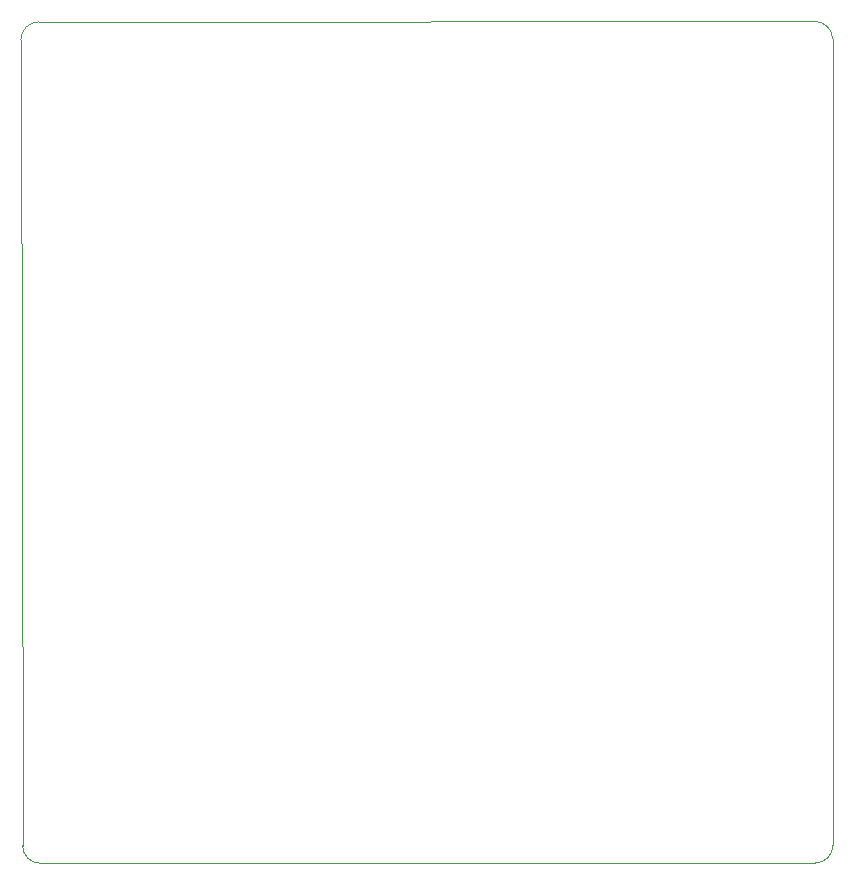
<source format=gbr>
%TF.GenerationSoftware,KiCad,Pcbnew,6.0.8-f2edbf62ab~116~ubuntu22.04.1*%
%TF.CreationDate,2022-11-23T04:02:49-05:00*%
%TF.ProjectId,Pi_HAT_Simple_V3,50695f48-4154-45f5-9369-6d706c655f56,rev?*%
%TF.SameCoordinates,Original*%
%TF.FileFunction,Profile,NP*%
%FSLAX46Y46*%
G04 Gerber Fmt 4.6, Leading zero omitted, Abs format (unit mm)*
G04 Created by KiCad (PCBNEW 6.0.8-f2edbf62ab~116~ubuntu22.04.1) date 2022-11-23 04:02:49*
%MOMM*%
%LPD*%
G01*
G04 APERTURE LIST*
%TA.AperFunction,Profile*%
%ADD10C,0.100000*%
%TD*%
G04 APERTURE END LIST*
D10*
X94460660Y-64762500D02*
X160192830Y-64724080D01*
X94460660Y-64762460D02*
G75*
G03*
X92960660Y-66262500I40J-1500040D01*
G01*
X93100000Y-134500000D02*
X92960660Y-66262500D01*
X160207170Y-135975970D02*
G75*
G03*
X161707170Y-134475920I-70J1500070D01*
G01*
X161692830Y-66224080D02*
X161707170Y-134475920D01*
X93100000Y-134500000D02*
G75*
G03*
X94600000Y-136000000I1500000J0D01*
G01*
X161692820Y-66224080D02*
G75*
G03*
X160192830Y-64724080I-1500020J-20D01*
G01*
X160207170Y-135975920D02*
X94600000Y-136000000D01*
M02*

</source>
